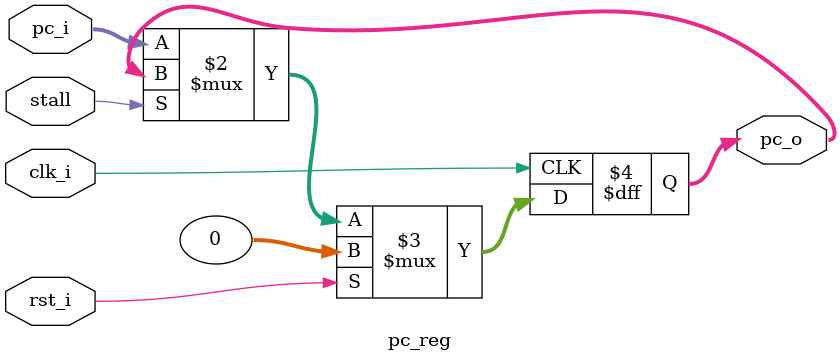
<source format=v>

module pc_reg(
		input 			clk_i,
		input 			rst_i,
		input 			stall,
		input 		[31:0] 	pc_i,
	        output reg 	[31:0] 	pc_o); 

	always @(posedge clk_i) begin
		pc_o <= ((rst_i)? (32'h00000000):((stall)? pc_o: pc_i));
	end	
endmodule 

</source>
